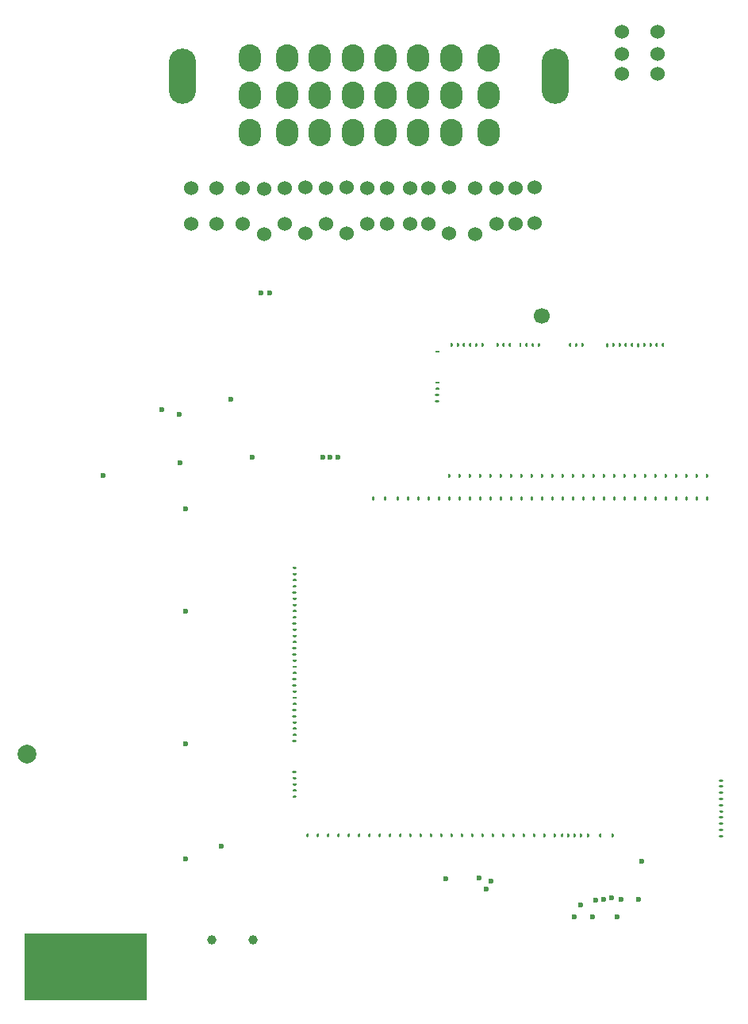
<source format=gbs>
G04 #@! TF.GenerationSoftware,KiCad,Pcbnew,(6.0.1)*
G04 #@! TF.CreationDate,2022-02-18T21:43:13+02:00*
G04 #@! TF.ProjectId,alphax_2ch,616c7068-6178-45f3-9263-682e6b696361,b*
G04 #@! TF.SameCoordinates,PX141f5e0PYa2cace0*
G04 #@! TF.FileFunction,Soldermask,Bot*
G04 #@! TF.FilePolarity,Negative*
%FSLAX46Y46*%
G04 Gerber Fmt 4.6, Leading zero omitted, Abs format (unit mm)*
G04 Created by KiCad (PCBNEW (6.0.1)) date 2022-02-18 21:43:13*
%MOMM*%
%LPD*%
G01*
G04 APERTURE LIST*
%ADD10C,0.120000*%
%ADD11C,0.599999*%
%ADD12C,1.524000*%
%ADD13C,1.700000*%
%ADD14C,1.000000*%
%ADD15O,2.900000X5.900000*%
%ADD16O,2.400000X2.900000*%
%ADD17C,2.000000*%
G04 APERTURE END LIST*
D10*
G04 #@! TO.C,U4*
X6700000Y200000D02*
X6700000Y7200000D01*
X6700000Y7200000D02*
X19700000Y7200000D01*
X19700000Y7200000D02*
X19700000Y200000D01*
X19700000Y200000D02*
X6700000Y200000D01*
G36*
X19700000Y200000D02*
G01*
X6700000Y200000D01*
X6700000Y7200000D01*
X19700000Y7200000D01*
X19700000Y200000D01*
G37*
X19700000Y200000D02*
X6700000Y200000D01*
X6700000Y7200000D01*
X19700000Y7200000D01*
X19700000Y200000D01*
G04 #@! TD*
D11*
G04 #@! TO.C,M4*
X70363132Y10805111D03*
X69938124Y8970101D03*
X69388127Y11020109D03*
X68513168Y10805114D03*
X67663145Y10730107D03*
X67338129Y8970101D03*
X66038162Y10280101D03*
X65388145Y8970101D03*
X72563148Y14895116D03*
X72263146Y10820110D03*
G04 #@! TD*
D12*
G04 #@! TO.C,R8*
X49836417Y82896579D03*
X49836417Y86706579D03*
G04 #@! TD*
G04 #@! TO.C,R9*
X47882571Y82918049D03*
X47882571Y86728049D03*
G04 #@! TD*
G04 #@! TO.C,F4*
X36700000Y86750000D03*
X36700000Y81850000D03*
G04 #@! TD*
G04 #@! TO.C,M5*
G36*
G01*
X50649998Y64096477D02*
X50899998Y64096477D01*
G75*
G02*
X51024998Y63971477I0J-125000D01*
G01*
X51024998Y63971477D01*
G75*
G02*
X50899998Y63846477I-125000J0D01*
G01*
X50649998Y63846477D01*
G75*
G02*
X50524998Y63971477I0J125000D01*
G01*
X50524998Y63971477D01*
G75*
G02*
X50649998Y64096477I125000J0D01*
G01*
G37*
G36*
G01*
X50649998Y64756478D02*
X50899998Y64756478D01*
G75*
G02*
X51024998Y64631478I0J-125000D01*
G01*
X51024998Y64631478D01*
G75*
G02*
X50899998Y64506478I-125000J0D01*
G01*
X50649998Y64506478D01*
G75*
G02*
X50524998Y64631478I0J125000D01*
G01*
X50524998Y64631478D01*
G75*
G02*
X50649998Y64756478I125000J0D01*
G01*
G37*
G36*
G01*
X50649998Y65416479D02*
X50899998Y65416479D01*
G75*
G02*
X51024998Y65291479I0J-125000D01*
G01*
X51024998Y65291479D01*
G75*
G02*
X50899998Y65166479I-125000J0D01*
G01*
X50649998Y65166479D01*
G75*
G02*
X50524998Y65291479I0J125000D01*
G01*
X50524998Y65291479D01*
G75*
G02*
X50649998Y65416479I125000J0D01*
G01*
G37*
G36*
G01*
X50649998Y66076480D02*
X50899998Y66076480D01*
G75*
G02*
X51024998Y65951480I0J-125000D01*
G01*
X51024998Y65951480D01*
G75*
G02*
X50899998Y65826480I-125000J0D01*
G01*
X50649998Y65826480D01*
G75*
G02*
X50524998Y65951480I0J125000D01*
G01*
X50524998Y65951480D01*
G75*
G02*
X50649998Y66076480I125000J0D01*
G01*
G37*
G36*
G01*
X50649998Y69376487D02*
X50899998Y69376487D01*
G75*
G02*
X51024998Y69251487I0J-125000D01*
G01*
X51024998Y69251487D01*
G75*
G02*
X50899998Y69126487I-125000J0D01*
G01*
X50649998Y69126487D01*
G75*
G02*
X50524998Y69251487I0J125000D01*
G01*
X50524998Y69251487D01*
G75*
G02*
X50649998Y69376487I125000J0D01*
G01*
G37*
G36*
G01*
X79420000Y55877684D02*
X79420000Y56127684D01*
G75*
G02*
X79545000Y56252684I125000J0D01*
G01*
X79545000Y56252684D01*
G75*
G02*
X79670000Y56127684I0J-125000D01*
G01*
X79670000Y55877684D01*
G75*
G02*
X79545000Y55752684I-125000J0D01*
G01*
X79545000Y55752684D01*
G75*
G02*
X79420000Y55877684I0J125000D01*
G01*
G37*
G36*
G01*
X78569996Y56127684D02*
X78569996Y55877684D01*
G75*
G02*
X78444996Y55752684I-125000J0D01*
G01*
X78444996Y55752684D01*
G75*
G02*
X78319996Y55877684I0J125000D01*
G01*
X78319996Y56127684D01*
G75*
G02*
X78444996Y56252684I125000J0D01*
G01*
X78444996Y56252684D01*
G75*
G02*
X78569996Y56127684I0J-125000D01*
G01*
G37*
G36*
G01*
X77469995Y56127684D02*
X77469995Y55877684D01*
G75*
G02*
X77344995Y55752684I-125000J0D01*
G01*
X77344995Y55752684D01*
G75*
G02*
X77219995Y55877684I0J125000D01*
G01*
X77219995Y56127684D01*
G75*
G02*
X77344995Y56252684I125000J0D01*
G01*
X77344995Y56252684D01*
G75*
G02*
X77469995Y56127684I0J-125000D01*
G01*
G37*
G36*
G01*
X76369998Y56127684D02*
X76369998Y55877684D01*
G75*
G02*
X76244998Y55752684I-125000J0D01*
G01*
X76244998Y55752684D01*
G75*
G02*
X76119998Y55877684I0J125000D01*
G01*
X76119998Y56127684D01*
G75*
G02*
X76244998Y56252684I125000J0D01*
G01*
X76244998Y56252684D01*
G75*
G02*
X76369998Y56127684I0J-125000D01*
G01*
G37*
G36*
G01*
X75270000Y56127684D02*
X75270000Y55877684D01*
G75*
G02*
X75145000Y55752684I-125000J0D01*
G01*
X75145000Y55752684D01*
G75*
G02*
X75020000Y55877684I0J125000D01*
G01*
X75020000Y56127684D01*
G75*
G02*
X75145000Y56252684I125000J0D01*
G01*
X75145000Y56252684D01*
G75*
G02*
X75270000Y56127684I0J-125000D01*
G01*
G37*
G36*
G01*
X74170002Y56127684D02*
X74170002Y55877684D01*
G75*
G02*
X74045002Y55752684I-125000J0D01*
G01*
X74045002Y55752684D01*
G75*
G02*
X73920002Y55877684I0J125000D01*
G01*
X73920002Y56127684D01*
G75*
G02*
X74045002Y56252684I125000J0D01*
G01*
X74045002Y56252684D01*
G75*
G02*
X74170002Y56127684I0J-125000D01*
G01*
G37*
G36*
G01*
X73070004Y56127684D02*
X73070004Y55877684D01*
G75*
G02*
X72945004Y55752684I-125000J0D01*
G01*
X72945004Y55752684D01*
G75*
G02*
X72820004Y55877684I0J125000D01*
G01*
X72820004Y56127684D01*
G75*
G02*
X72945004Y56252684I125000J0D01*
G01*
X72945004Y56252684D01*
G75*
G02*
X73070004Y56127684I0J-125000D01*
G01*
G37*
G36*
G01*
X71970006Y56127684D02*
X71970006Y55877684D01*
G75*
G02*
X71845006Y55752684I-125000J0D01*
G01*
X71845006Y55752684D01*
G75*
G02*
X71720006Y55877684I0J125000D01*
G01*
X71720006Y56127684D01*
G75*
G02*
X71845006Y56252684I125000J0D01*
G01*
X71845006Y56252684D01*
G75*
G02*
X71970006Y56127684I0J-125000D01*
G01*
G37*
G36*
G01*
X70870009Y56127684D02*
X70870009Y55877684D01*
G75*
G02*
X70745009Y55752684I-125000J0D01*
G01*
X70745009Y55752684D01*
G75*
G02*
X70620009Y55877684I0J125000D01*
G01*
X70620009Y56127684D01*
G75*
G02*
X70745009Y56252684I125000J0D01*
G01*
X70745009Y56252684D01*
G75*
G02*
X70870009Y56127684I0J-125000D01*
G01*
G37*
G36*
G01*
X69770011Y56127684D02*
X69770011Y55877684D01*
G75*
G02*
X69645011Y55752684I-125000J0D01*
G01*
X69645011Y55752684D01*
G75*
G02*
X69520011Y55877684I0J125000D01*
G01*
X69520011Y56127684D01*
G75*
G02*
X69645011Y56252684I125000J0D01*
G01*
X69645011Y56252684D01*
G75*
G02*
X69770011Y56127684I0J-125000D01*
G01*
G37*
G36*
G01*
X68670013Y56127684D02*
X68670013Y55877684D01*
G75*
G02*
X68545013Y55752684I-125000J0D01*
G01*
X68545013Y55752684D01*
G75*
G02*
X68420013Y55877684I0J125000D01*
G01*
X68420013Y56127684D01*
G75*
G02*
X68545013Y56252684I125000J0D01*
G01*
X68545013Y56252684D01*
G75*
G02*
X68670013Y56127684I0J-125000D01*
G01*
G37*
G36*
G01*
X67570015Y56127684D02*
X67570015Y55877684D01*
G75*
G02*
X67445015Y55752684I-125000J0D01*
G01*
X67445015Y55752684D01*
G75*
G02*
X67320015Y55877684I0J125000D01*
G01*
X67320015Y56127684D01*
G75*
G02*
X67445015Y56252684I125000J0D01*
G01*
X67445015Y56252684D01*
G75*
G02*
X67570015Y56127684I0J-125000D01*
G01*
G37*
G36*
G01*
X66470017Y56127684D02*
X66470017Y55877684D01*
G75*
G02*
X66345017Y55752684I-125000J0D01*
G01*
X66345017Y55752684D01*
G75*
G02*
X66220017Y55877684I0J125000D01*
G01*
X66220017Y56127684D01*
G75*
G02*
X66345017Y56252684I125000J0D01*
G01*
X66345017Y56252684D01*
G75*
G02*
X66470017Y56127684I0J-125000D01*
G01*
G37*
G36*
G01*
X65370020Y56127684D02*
X65370020Y55877684D01*
G75*
G02*
X65245020Y55752684I-125000J0D01*
G01*
X65245020Y55752684D01*
G75*
G02*
X65120020Y55877684I0J125000D01*
G01*
X65120020Y56127684D01*
G75*
G02*
X65245020Y56252684I125000J0D01*
G01*
X65245020Y56252684D01*
G75*
G02*
X65370020Y56127684I0J-125000D01*
G01*
G37*
G36*
G01*
X64270022Y56127684D02*
X64270022Y55877684D01*
G75*
G02*
X64145022Y55752684I-125000J0D01*
G01*
X64145022Y55752684D01*
G75*
G02*
X64020022Y55877684I0J125000D01*
G01*
X64020022Y56127684D01*
G75*
G02*
X64145022Y56252684I125000J0D01*
G01*
X64145022Y56252684D01*
G75*
G02*
X64270022Y56127684I0J-125000D01*
G01*
G37*
G36*
G01*
X63170024Y56127684D02*
X63170024Y55877684D01*
G75*
G02*
X63045024Y55752684I-125000J0D01*
G01*
X63045024Y55752684D01*
G75*
G02*
X62920024Y55877684I0J125000D01*
G01*
X62920024Y56127684D01*
G75*
G02*
X63045024Y56252684I125000J0D01*
G01*
X63045024Y56252684D01*
G75*
G02*
X63170024Y56127684I0J-125000D01*
G01*
G37*
G36*
G01*
X62070026Y56127684D02*
X62070026Y55877684D01*
G75*
G02*
X61945026Y55752684I-125000J0D01*
G01*
X61945026Y55752684D01*
G75*
G02*
X61820026Y55877684I0J125000D01*
G01*
X61820026Y56127684D01*
G75*
G02*
X61945026Y56252684I125000J0D01*
G01*
X61945026Y56252684D01*
G75*
G02*
X62070026Y56127684I0J-125000D01*
G01*
G37*
G36*
G01*
X60970028Y56127684D02*
X60970028Y55877684D01*
G75*
G02*
X60845028Y55752684I-125000J0D01*
G01*
X60845028Y55752684D01*
G75*
G02*
X60720028Y55877684I0J125000D01*
G01*
X60720028Y56127684D01*
G75*
G02*
X60845028Y56252684I125000J0D01*
G01*
X60845028Y56252684D01*
G75*
G02*
X60970028Y56127684I0J-125000D01*
G01*
G37*
G36*
G01*
X59870031Y56127684D02*
X59870031Y55877684D01*
G75*
G02*
X59745031Y55752684I-125000J0D01*
G01*
X59745031Y55752684D01*
G75*
G02*
X59620031Y55877684I0J125000D01*
G01*
X59620031Y56127684D01*
G75*
G02*
X59745031Y56252684I125000J0D01*
G01*
X59745031Y56252684D01*
G75*
G02*
X59870031Y56127684I0J-125000D01*
G01*
G37*
G36*
G01*
X58770033Y56127684D02*
X58770033Y55877684D01*
G75*
G02*
X58645033Y55752684I-125000J0D01*
G01*
X58645033Y55752684D01*
G75*
G02*
X58520033Y55877684I0J125000D01*
G01*
X58520033Y56127684D01*
G75*
G02*
X58645033Y56252684I125000J0D01*
G01*
X58645033Y56252684D01*
G75*
G02*
X58770033Y56127684I0J-125000D01*
G01*
G37*
G36*
G01*
X57670035Y56127684D02*
X57670035Y55877684D01*
G75*
G02*
X57545035Y55752684I-125000J0D01*
G01*
X57545035Y55752684D01*
G75*
G02*
X57420035Y55877684I0J125000D01*
G01*
X57420035Y56127684D01*
G75*
G02*
X57545035Y56252684I125000J0D01*
G01*
X57545035Y56252684D01*
G75*
G02*
X57670035Y56127684I0J-125000D01*
G01*
G37*
G36*
G01*
X56570037Y56127684D02*
X56570037Y55877684D01*
G75*
G02*
X56445037Y55752684I-125000J0D01*
G01*
X56445037Y55752684D01*
G75*
G02*
X56320037Y55877684I0J125000D01*
G01*
X56320037Y56127684D01*
G75*
G02*
X56445037Y56252684I125000J0D01*
G01*
X56445037Y56252684D01*
G75*
G02*
X56570037Y56127684I0J-125000D01*
G01*
G37*
G36*
G01*
X55470039Y56127684D02*
X55470039Y55877684D01*
G75*
G02*
X55345039Y55752684I-125000J0D01*
G01*
X55345039Y55752684D01*
G75*
G02*
X55220039Y55877684I0J125000D01*
G01*
X55220039Y56127684D01*
G75*
G02*
X55345039Y56252684I125000J0D01*
G01*
X55345039Y56252684D01*
G75*
G02*
X55470039Y56127684I0J-125000D01*
G01*
G37*
G36*
G01*
X54370042Y56127684D02*
X54370042Y55877684D01*
G75*
G02*
X54245042Y55752684I-125000J0D01*
G01*
X54245042Y55752684D01*
G75*
G02*
X54120042Y55877684I0J125000D01*
G01*
X54120042Y56127684D01*
G75*
G02*
X54245042Y56252684I125000J0D01*
G01*
X54245042Y56252684D01*
G75*
G02*
X54370042Y56127684I0J-125000D01*
G01*
G37*
G36*
G01*
X53270044Y56127684D02*
X53270044Y55877684D01*
G75*
G02*
X53145044Y55752684I-125000J0D01*
G01*
X53145044Y55752684D01*
G75*
G02*
X53020044Y55877684I0J125000D01*
G01*
X53020044Y56127684D01*
G75*
G02*
X53145044Y56252684I125000J0D01*
G01*
X53145044Y56252684D01*
G75*
G02*
X53270044Y56127684I0J-125000D01*
G01*
G37*
G36*
G01*
X52170046Y56127684D02*
X52170046Y55877684D01*
G75*
G02*
X52045046Y55752684I-125000J0D01*
G01*
X52045046Y55752684D01*
G75*
G02*
X51920046Y55877684I0J125000D01*
G01*
X51920046Y56127684D01*
G75*
G02*
X52045046Y56252684I125000J0D01*
G01*
X52045046Y56252684D01*
G75*
G02*
X52170046Y56127684I0J-125000D01*
G01*
G37*
G36*
G01*
X52420990Y70089683D02*
X52420990Y69839683D01*
G75*
G02*
X52295990Y69714683I-125000J0D01*
G01*
X52295990Y69714683D01*
G75*
G02*
X52170990Y69839683I0J125000D01*
G01*
X52170990Y70089683D01*
G75*
G02*
X52295990Y70214683I125000J0D01*
G01*
X52295990Y70214683D01*
G75*
G02*
X52420990Y70089683I0J-125000D01*
G01*
G37*
G36*
G01*
X53080992Y70089683D02*
X53080992Y69839683D01*
G75*
G02*
X52955992Y69714683I-125000J0D01*
G01*
X52955992Y69714683D01*
G75*
G02*
X52830992Y69839683I0J125000D01*
G01*
X52830992Y70089683D01*
G75*
G02*
X52955992Y70214683I125000J0D01*
G01*
X52955992Y70214683D01*
G75*
G02*
X53080992Y70089683I0J-125000D01*
G01*
G37*
G36*
G01*
X53740993Y70089683D02*
X53740993Y69839683D01*
G75*
G02*
X53615993Y69714683I-125000J0D01*
G01*
X53615993Y69714683D01*
G75*
G02*
X53490993Y69839683I0J125000D01*
G01*
X53490993Y70089683D01*
G75*
G02*
X53615993Y70214683I125000J0D01*
G01*
X53615993Y70214683D01*
G75*
G02*
X53740993Y70089683I0J-125000D01*
G01*
G37*
G36*
G01*
X54400994Y70089683D02*
X54400994Y69839683D01*
G75*
G02*
X54275994Y69714683I-125000J0D01*
G01*
X54275994Y69714683D01*
G75*
G02*
X54150994Y69839683I0J125000D01*
G01*
X54150994Y70089683D01*
G75*
G02*
X54275994Y70214683I125000J0D01*
G01*
X54275994Y70214683D01*
G75*
G02*
X54400994Y70089683I0J-125000D01*
G01*
G37*
G36*
G01*
X55060995Y70089683D02*
X55060995Y69839683D01*
G75*
G02*
X54935995Y69714683I-125000J0D01*
G01*
X54935995Y69714683D01*
G75*
G02*
X54810995Y69839683I0J125000D01*
G01*
X54810995Y70089683D01*
G75*
G02*
X54935995Y70214683I125000J0D01*
G01*
X54935995Y70214683D01*
G75*
G02*
X55060995Y70089683I0J-125000D01*
G01*
G37*
G36*
G01*
X55720997Y70089683D02*
X55720997Y69839683D01*
G75*
G02*
X55595997Y69714683I-125000J0D01*
G01*
X55595997Y69714683D01*
G75*
G02*
X55470997Y69839683I0J125000D01*
G01*
X55470997Y70089683D01*
G75*
G02*
X55595997Y70214683I125000J0D01*
G01*
X55595997Y70214683D01*
G75*
G02*
X55720997Y70089683I0J-125000D01*
G01*
G37*
G36*
G01*
X57321994Y70089683D02*
X57321994Y69839683D01*
G75*
G02*
X57196994Y69714683I-125000J0D01*
G01*
X57196994Y69714683D01*
G75*
G02*
X57071994Y69839683I0J125000D01*
G01*
X57071994Y70089683D01*
G75*
G02*
X57196994Y70214683I125000J0D01*
G01*
X57196994Y70214683D01*
G75*
G02*
X57321994Y70089683I0J-125000D01*
G01*
G37*
G36*
G01*
X57981995Y70089683D02*
X57981995Y69839683D01*
G75*
G02*
X57856995Y69714683I-125000J0D01*
G01*
X57856995Y69714683D01*
G75*
G02*
X57731995Y69839683I0J125000D01*
G01*
X57731995Y70089683D01*
G75*
G02*
X57856995Y70214683I125000J0D01*
G01*
X57856995Y70214683D01*
G75*
G02*
X57981995Y70089683I0J-125000D01*
G01*
G37*
G36*
G01*
X58641997Y70089683D02*
X58641997Y69839683D01*
G75*
G02*
X58516997Y69714683I-125000J0D01*
G01*
X58516997Y69714683D01*
G75*
G02*
X58391997Y69839683I0J125000D01*
G01*
X58391997Y70089683D01*
G75*
G02*
X58516997Y70214683I125000J0D01*
G01*
X58516997Y70214683D01*
G75*
G02*
X58641997Y70089683I0J-125000D01*
G01*
G37*
G36*
G01*
X59762896Y70089683D02*
X59762896Y69839683D01*
G75*
G02*
X59637896Y69714683I-125000J0D01*
G01*
X59637896Y69714683D01*
G75*
G02*
X59512896Y69839683I0J125000D01*
G01*
X59512896Y70089683D01*
G75*
G02*
X59637896Y70214683I125000J0D01*
G01*
X59637896Y70214683D01*
G75*
G02*
X59762896Y70089683I0J-125000D01*
G01*
G37*
G36*
G01*
X60422897Y70089683D02*
X60422897Y69839683D01*
G75*
G02*
X60297897Y69714683I-125000J0D01*
G01*
X60297897Y69714683D01*
G75*
G02*
X60172897Y69839683I0J125000D01*
G01*
X60172897Y70089683D01*
G75*
G02*
X60297897Y70214683I125000J0D01*
G01*
X60297897Y70214683D01*
G75*
G02*
X60422897Y70089683I0J-125000D01*
G01*
G37*
G36*
G01*
X61082898Y70089683D02*
X61082898Y69839683D01*
G75*
G02*
X60957898Y69714683I-125000J0D01*
G01*
X60957898Y69714683D01*
G75*
G02*
X60832898Y69839683I0J125000D01*
G01*
X60832898Y70089683D01*
G75*
G02*
X60957898Y70214683I125000J0D01*
G01*
X60957898Y70214683D01*
G75*
G02*
X61082898Y70089683I0J-125000D01*
G01*
G37*
G36*
G01*
X61742900Y70089683D02*
X61742900Y69839683D01*
G75*
G02*
X61617900Y69714683I-125000J0D01*
G01*
X61617900Y69714683D01*
G75*
G02*
X61492900Y69839683I0J125000D01*
G01*
X61492900Y70089683D01*
G75*
G02*
X61617900Y70214683I125000J0D01*
G01*
X61617900Y70214683D01*
G75*
G02*
X61742900Y70089683I0J-125000D01*
G01*
G37*
G36*
G01*
X65068994Y70089683D02*
X65068994Y69839683D01*
G75*
G02*
X64943994Y69714683I-125000J0D01*
G01*
X64943994Y69714683D01*
G75*
G02*
X64818994Y69839683I0J125000D01*
G01*
X64818994Y70089683D01*
G75*
G02*
X64943994Y70214683I125000J0D01*
G01*
X64943994Y70214683D01*
G75*
G02*
X65068994Y70089683I0J-125000D01*
G01*
G37*
G36*
G01*
X65728995Y70089683D02*
X65728995Y69839683D01*
G75*
G02*
X65603995Y69714683I-125000J0D01*
G01*
X65603995Y69714683D01*
G75*
G02*
X65478995Y69839683I0J125000D01*
G01*
X65478995Y70089683D01*
G75*
G02*
X65603995Y70214683I125000J0D01*
G01*
X65603995Y70214683D01*
G75*
G02*
X65728995Y70089683I0J-125000D01*
G01*
G37*
G36*
G01*
X66388997Y70089683D02*
X66388997Y69839683D01*
G75*
G02*
X66263997Y69714683I-125000J0D01*
G01*
X66263997Y69714683D01*
G75*
G02*
X66138997Y69839683I0J125000D01*
G01*
X66138997Y70089683D01*
G75*
G02*
X66263997Y70214683I125000J0D01*
G01*
X66263997Y70214683D01*
G75*
G02*
X66388997Y70089683I0J-125000D01*
G01*
G37*
G36*
G01*
X69034988Y70089683D02*
X69034988Y69839683D01*
G75*
G02*
X68909988Y69714683I-125000J0D01*
G01*
X68909988Y69714683D01*
G75*
G02*
X68784988Y69839683I0J125000D01*
G01*
X68784988Y70089683D01*
G75*
G02*
X68909988Y70214683I125000J0D01*
G01*
X68909988Y70214683D01*
G75*
G02*
X69034988Y70089683I0J-125000D01*
G01*
G37*
G36*
G01*
X69694989Y70089683D02*
X69694989Y69839683D01*
G75*
G02*
X69569989Y69714683I-125000J0D01*
G01*
X69569989Y69714683D01*
G75*
G02*
X69444989Y69839683I0J125000D01*
G01*
X69444989Y70089683D01*
G75*
G02*
X69569989Y70214683I125000J0D01*
G01*
X69569989Y70214683D01*
G75*
G02*
X69694989Y70089683I0J-125000D01*
G01*
G37*
G36*
G01*
X70354991Y70089683D02*
X70354991Y69839683D01*
G75*
G02*
X70229991Y69714683I-125000J0D01*
G01*
X70229991Y69714683D01*
G75*
G02*
X70104991Y69839683I0J125000D01*
G01*
X70104991Y70089683D01*
G75*
G02*
X70229991Y70214683I125000J0D01*
G01*
X70229991Y70214683D01*
G75*
G02*
X70354991Y70089683I0J-125000D01*
G01*
G37*
G36*
G01*
X71014992Y70089683D02*
X71014992Y69839683D01*
G75*
G02*
X70889992Y69714683I-125000J0D01*
G01*
X70889992Y69714683D01*
G75*
G02*
X70764992Y69839683I0J125000D01*
G01*
X70764992Y70089683D01*
G75*
G02*
X70889992Y70214683I125000J0D01*
G01*
X70889992Y70214683D01*
G75*
G02*
X71014992Y70089683I0J-125000D01*
G01*
G37*
G36*
G01*
X71674993Y70089683D02*
X71674993Y69839683D01*
G75*
G02*
X71549993Y69714683I-125000J0D01*
G01*
X71549993Y69714683D01*
G75*
G02*
X71424993Y69839683I0J125000D01*
G01*
X71424993Y70089683D01*
G75*
G02*
X71549993Y70214683I125000J0D01*
G01*
X71549993Y70214683D01*
G75*
G02*
X71674993Y70089683I0J-125000D01*
G01*
G37*
G36*
G01*
X72334994Y70089683D02*
X72334994Y69839683D01*
G75*
G02*
X72209994Y69714683I-125000J0D01*
G01*
X72209994Y69714683D01*
G75*
G02*
X72084994Y69839683I0J125000D01*
G01*
X72084994Y70089683D01*
G75*
G02*
X72209994Y70214683I125000J0D01*
G01*
X72209994Y70214683D01*
G75*
G02*
X72334994Y70089683I0J-125000D01*
G01*
G37*
G36*
G01*
X72994996Y70089683D02*
X72994996Y69839683D01*
G75*
G02*
X72869996Y69714683I-125000J0D01*
G01*
X72869996Y69714683D01*
G75*
G02*
X72744996Y69839683I0J125000D01*
G01*
X72744996Y70089683D01*
G75*
G02*
X72869996Y70214683I125000J0D01*
G01*
X72869996Y70214683D01*
G75*
G02*
X72994996Y70089683I0J-125000D01*
G01*
G37*
G36*
G01*
X73654997Y70089683D02*
X73654997Y69839683D01*
G75*
G02*
X73529997Y69714683I-125000J0D01*
G01*
X73529997Y69714683D01*
G75*
G02*
X73404997Y69839683I0J125000D01*
G01*
X73404997Y70089683D01*
G75*
G02*
X73529997Y70214683I125000J0D01*
G01*
X73529997Y70214683D01*
G75*
G02*
X73654997Y70089683I0J-125000D01*
G01*
G37*
G36*
G01*
X74314998Y70089683D02*
X74314998Y69839683D01*
G75*
G02*
X74189998Y69714683I-125000J0D01*
G01*
X74189998Y69714683D01*
G75*
G02*
X74064998Y69839683I0J125000D01*
G01*
X74064998Y70089683D01*
G75*
G02*
X74189998Y70214683I125000J0D01*
G01*
X74189998Y70214683D01*
G75*
G02*
X74314998Y70089683I0J-125000D01*
G01*
G37*
G36*
G01*
X74975000Y70089683D02*
X74975000Y69839683D01*
G75*
G02*
X74850000Y69714683I-125000J0D01*
G01*
X74850000Y69714683D01*
G75*
G02*
X74725000Y69839683I0J125000D01*
G01*
X74725000Y70089683D01*
G75*
G02*
X74850000Y70214683I125000J0D01*
G01*
X74850000Y70214683D01*
G75*
G02*
X74975000Y70089683I0J-125000D01*
G01*
G37*
G04 #@! TD*
D13*
G04 #@! TO.C,P2*
X61958000Y73100000D03*
G04 #@! TD*
D12*
G04 #@! TO.C,R11*
X24500000Y82895000D03*
X24500000Y86705000D03*
G04 #@! TD*
G04 #@! TO.C,R6*
X74305000Y103400000D03*
X70495000Y103400000D03*
G04 #@! TD*
D14*
G04 #@! TO.C,J1*
X31100000Y6475000D03*
X26700000Y6475000D03*
G04 #@! TD*
D12*
G04 #@! TO.C,R17*
X38900000Y82895000D03*
X38900000Y86705000D03*
G04 #@! TD*
G04 #@! TO.C,R16*
X45400000Y82895000D03*
X45400000Y86705000D03*
G04 #@! TD*
D11*
G04 #@! TO.C,M7*
X56543338Y12787498D03*
X56018338Y11912496D03*
X55268340Y13087500D03*
X51718339Y13012497D03*
G04 #@! TD*
G04 #@! TO.C,M1*
X15066016Y56037888D03*
X23291016Y57362892D03*
X23273511Y62595386D03*
X21391015Y63087892D03*
X28741008Y64212878D03*
G04 #@! TD*
G04 #@! TO.C,M3*
X31025000Y58000000D03*
X38525000Y58000000D03*
X39325000Y58000000D03*
X40125000Y58000000D03*
X32925000Y75525000D03*
X31925000Y75525000D03*
G04 #@! TD*
D12*
G04 #@! TO.C,R10*
X43300000Y82895000D03*
X43300000Y86705000D03*
G04 #@! TD*
G04 #@! TO.C,R19*
X30000000Y82895000D03*
X30000000Y86705000D03*
G04 #@! TD*
G04 #@! TO.C,F1*
X54846000Y86700000D03*
X54846000Y81800000D03*
G04 #@! TD*
G04 #@! TO.C,R14*
X70495000Y98900000D03*
X74305000Y98900000D03*
G04 #@! TD*
G04 #@! TO.C,F3*
X41100000Y86750000D03*
X41100000Y81850000D03*
G04 #@! TD*
G04 #@! TO.C,M6*
G36*
G01*
X35410503Y21903625D02*
X35660503Y21903625D01*
G75*
G02*
X35785503Y21778625I0J-125000D01*
G01*
X35785503Y21778625D01*
G75*
G02*
X35660503Y21653625I-125000J0D01*
G01*
X35410503Y21653625D01*
G75*
G02*
X35285503Y21778625I0J125000D01*
G01*
X35285503Y21778625D01*
G75*
G02*
X35410503Y21903625I125000J0D01*
G01*
G37*
G36*
G01*
X35660503Y22313623D02*
X35410503Y22313623D01*
G75*
G02*
X35285503Y22438623I0J125000D01*
G01*
X35285503Y22438623D01*
G75*
G02*
X35410503Y22563623I125000J0D01*
G01*
X35660503Y22563623D01*
G75*
G02*
X35785503Y22438623I0J-125000D01*
G01*
X35785503Y22438623D01*
G75*
G02*
X35660503Y22313623I-125000J0D01*
G01*
G37*
G36*
G01*
X35660503Y22973628D02*
X35410503Y22973628D01*
G75*
G02*
X35285503Y23098628I0J125000D01*
G01*
X35285503Y23098628D01*
G75*
G02*
X35410503Y23223628I125000J0D01*
G01*
X35660503Y23223628D01*
G75*
G02*
X35785503Y23098628I0J-125000D01*
G01*
X35785503Y23098628D01*
G75*
G02*
X35660503Y22973628I-125000J0D01*
G01*
G37*
G36*
G01*
X35660503Y23633623D02*
X35410503Y23633623D01*
G75*
G02*
X35285503Y23758623I0J125000D01*
G01*
X35285503Y23758623D01*
G75*
G02*
X35410503Y23883623I125000J0D01*
G01*
X35660503Y23883623D01*
G75*
G02*
X35785503Y23758623I0J-125000D01*
G01*
X35785503Y23758623D01*
G75*
G02*
X35660503Y23633623I-125000J0D01*
G01*
G37*
G36*
G01*
X35660503Y24293625D02*
X35410503Y24293625D01*
G75*
G02*
X35285503Y24418625I0J125000D01*
G01*
X35285503Y24418625D01*
G75*
G02*
X35410503Y24543625I125000J0D01*
G01*
X35660503Y24543625D01*
G75*
G02*
X35785503Y24418625I0J-125000D01*
G01*
X35785503Y24418625D01*
G75*
G02*
X35660503Y24293625I-125000J0D01*
G01*
G37*
G36*
G01*
X35660503Y27593626D02*
X35410503Y27593626D01*
G75*
G02*
X35285503Y27718626I0J125000D01*
G01*
X35285503Y27718626D01*
G75*
G02*
X35410503Y27843626I125000J0D01*
G01*
X35660503Y27843626D01*
G75*
G02*
X35785503Y27718626I0J-125000D01*
G01*
X35785503Y27718626D01*
G75*
G02*
X35660503Y27593626I-125000J0D01*
G01*
G37*
G36*
G01*
X35660503Y28253627D02*
X35410503Y28253627D01*
G75*
G02*
X35285503Y28378627I0J125000D01*
G01*
X35285503Y28378627D01*
G75*
G02*
X35410503Y28503627I125000J0D01*
G01*
X35660503Y28503627D01*
G75*
G02*
X35785503Y28378627I0J-125000D01*
G01*
X35785503Y28378627D01*
G75*
G02*
X35660503Y28253627I-125000J0D01*
G01*
G37*
G36*
G01*
X35660503Y28913629D02*
X35410503Y28913629D01*
G75*
G02*
X35285503Y29038629I0J125000D01*
G01*
X35285503Y29038629D01*
G75*
G02*
X35410503Y29163629I125000J0D01*
G01*
X35660503Y29163629D01*
G75*
G02*
X35785503Y29038629I0J-125000D01*
G01*
X35785503Y29038629D01*
G75*
G02*
X35660503Y28913629I-125000J0D01*
G01*
G37*
G36*
G01*
X35660503Y29573627D02*
X35410503Y29573627D01*
G75*
G02*
X35285503Y29698627I0J125000D01*
G01*
X35285503Y29698627D01*
G75*
G02*
X35410503Y29823627I125000J0D01*
G01*
X35660503Y29823627D01*
G75*
G02*
X35785503Y29698627I0J-125000D01*
G01*
X35785503Y29698627D01*
G75*
G02*
X35660503Y29573627I-125000J0D01*
G01*
G37*
G36*
G01*
X35660503Y30233629D02*
X35410503Y30233629D01*
G75*
G02*
X35285503Y30358629I0J125000D01*
G01*
X35285503Y30358629D01*
G75*
G02*
X35410503Y30483629I125000J0D01*
G01*
X35660503Y30483629D01*
G75*
G02*
X35785503Y30358629I0J-125000D01*
G01*
X35785503Y30358629D01*
G75*
G02*
X35660503Y30233629I-125000J0D01*
G01*
G37*
G36*
G01*
X35660503Y30893627D02*
X35410503Y30893627D01*
G75*
G02*
X35285503Y31018627I0J125000D01*
G01*
X35285503Y31018627D01*
G75*
G02*
X35410503Y31143627I125000J0D01*
G01*
X35660503Y31143627D01*
G75*
G02*
X35785503Y31018627I0J-125000D01*
G01*
X35785503Y31018627D01*
G75*
G02*
X35660503Y30893627I-125000J0D01*
G01*
G37*
G36*
G01*
X35660503Y31553628D02*
X35410503Y31553628D01*
G75*
G02*
X35285503Y31678628I0J125000D01*
G01*
X35285503Y31678628D01*
G75*
G02*
X35410503Y31803628I125000J0D01*
G01*
X35660503Y31803628D01*
G75*
G02*
X35785503Y31678628I0J-125000D01*
G01*
X35785503Y31678628D01*
G75*
G02*
X35660503Y31553628I-125000J0D01*
G01*
G37*
G36*
G01*
X35660503Y32213627D02*
X35410503Y32213627D01*
G75*
G02*
X35285503Y32338627I0J125000D01*
G01*
X35285503Y32338627D01*
G75*
G02*
X35410503Y32463627I125000J0D01*
G01*
X35660503Y32463627D01*
G75*
G02*
X35785503Y32338627I0J-125000D01*
G01*
X35785503Y32338627D01*
G75*
G02*
X35660503Y32213627I-125000J0D01*
G01*
G37*
G36*
G01*
X35660503Y32873628D02*
X35410503Y32873628D01*
G75*
G02*
X35285503Y32998628I0J125000D01*
G01*
X35285503Y32998628D01*
G75*
G02*
X35410503Y33123628I125000J0D01*
G01*
X35660503Y33123628D01*
G75*
G02*
X35785503Y32998628I0J-125000D01*
G01*
X35785503Y32998628D01*
G75*
G02*
X35660503Y32873628I-125000J0D01*
G01*
G37*
G36*
G01*
X35660503Y33533627D02*
X35410503Y33533627D01*
G75*
G02*
X35285503Y33658627I0J125000D01*
G01*
X35285503Y33658627D01*
G75*
G02*
X35410503Y33783627I125000J0D01*
G01*
X35660503Y33783627D01*
G75*
G02*
X35785503Y33658627I0J-125000D01*
G01*
X35785503Y33658627D01*
G75*
G02*
X35660503Y33533627I-125000J0D01*
G01*
G37*
G36*
G01*
X35660503Y34193628D02*
X35410503Y34193628D01*
G75*
G02*
X35285503Y34318628I0J125000D01*
G01*
X35285503Y34318628D01*
G75*
G02*
X35410503Y34443628I125000J0D01*
G01*
X35660503Y34443628D01*
G75*
G02*
X35785503Y34318628I0J-125000D01*
G01*
X35785503Y34318628D01*
G75*
G02*
X35660503Y34193628I-125000J0D01*
G01*
G37*
G36*
G01*
X35660503Y34853627D02*
X35410503Y34853627D01*
G75*
G02*
X35285503Y34978627I0J125000D01*
G01*
X35285503Y34978627D01*
G75*
G02*
X35410503Y35103627I125000J0D01*
G01*
X35660503Y35103627D01*
G75*
G02*
X35785503Y34978627I0J-125000D01*
G01*
X35785503Y34978627D01*
G75*
G02*
X35660503Y34853627I-125000J0D01*
G01*
G37*
G36*
G01*
X35660503Y35513628D02*
X35410503Y35513628D01*
G75*
G02*
X35285503Y35638628I0J125000D01*
G01*
X35285503Y35638628D01*
G75*
G02*
X35410503Y35763628I125000J0D01*
G01*
X35660503Y35763628D01*
G75*
G02*
X35785503Y35638628I0J-125000D01*
G01*
X35785503Y35638628D01*
G75*
G02*
X35660503Y35513628I-125000J0D01*
G01*
G37*
G36*
G01*
X35660503Y36173627D02*
X35410503Y36173627D01*
G75*
G02*
X35285503Y36298627I0J125000D01*
G01*
X35285503Y36298627D01*
G75*
G02*
X35410503Y36423627I125000J0D01*
G01*
X35660503Y36423627D01*
G75*
G02*
X35785503Y36298627I0J-125000D01*
G01*
X35785503Y36298627D01*
G75*
G02*
X35660503Y36173627I-125000J0D01*
G01*
G37*
G36*
G01*
X35660503Y36833628D02*
X35410503Y36833628D01*
G75*
G02*
X35285503Y36958628I0J125000D01*
G01*
X35285503Y36958628D01*
G75*
G02*
X35410503Y37083628I125000J0D01*
G01*
X35660503Y37083628D01*
G75*
G02*
X35785503Y36958628I0J-125000D01*
G01*
X35785503Y36958628D01*
G75*
G02*
X35660503Y36833628I-125000J0D01*
G01*
G37*
G36*
G01*
X35660503Y37493627D02*
X35410503Y37493627D01*
G75*
G02*
X35285503Y37618627I0J125000D01*
G01*
X35285503Y37618627D01*
G75*
G02*
X35410503Y37743627I125000J0D01*
G01*
X35660503Y37743627D01*
G75*
G02*
X35785503Y37618627I0J-125000D01*
G01*
X35785503Y37618627D01*
G75*
G02*
X35660503Y37493627I-125000J0D01*
G01*
G37*
G36*
G01*
X35660503Y38153628D02*
X35410503Y38153628D01*
G75*
G02*
X35285503Y38278628I0J125000D01*
G01*
X35285503Y38278628D01*
G75*
G02*
X35410503Y38403628I125000J0D01*
G01*
X35660503Y38403628D01*
G75*
G02*
X35785503Y38278628I0J-125000D01*
G01*
X35785503Y38278628D01*
G75*
G02*
X35660503Y38153628I-125000J0D01*
G01*
G37*
G36*
G01*
X35660503Y38813627D02*
X35410503Y38813627D01*
G75*
G02*
X35285503Y38938627I0J125000D01*
G01*
X35285503Y38938627D01*
G75*
G02*
X35410503Y39063627I125000J0D01*
G01*
X35660503Y39063627D01*
G75*
G02*
X35785503Y38938627I0J-125000D01*
G01*
X35785503Y38938627D01*
G75*
G02*
X35660503Y38813627I-125000J0D01*
G01*
G37*
G36*
G01*
X35660503Y39473628D02*
X35410503Y39473628D01*
G75*
G02*
X35285503Y39598628I0J125000D01*
G01*
X35285503Y39598628D01*
G75*
G02*
X35410503Y39723628I125000J0D01*
G01*
X35660503Y39723628D01*
G75*
G02*
X35785503Y39598628I0J-125000D01*
G01*
X35785503Y39598628D01*
G75*
G02*
X35660503Y39473628I-125000J0D01*
G01*
G37*
G36*
G01*
X35660503Y40133627D02*
X35410503Y40133627D01*
G75*
G02*
X35285503Y40258627I0J125000D01*
G01*
X35285503Y40258627D01*
G75*
G02*
X35410503Y40383627I125000J0D01*
G01*
X35660503Y40383627D01*
G75*
G02*
X35785503Y40258627I0J-125000D01*
G01*
X35785503Y40258627D01*
G75*
G02*
X35660503Y40133627I-125000J0D01*
G01*
G37*
G36*
G01*
X35660503Y40793628D02*
X35410503Y40793628D01*
G75*
G02*
X35285503Y40918628I0J125000D01*
G01*
X35285503Y40918628D01*
G75*
G02*
X35410503Y41043628I125000J0D01*
G01*
X35660503Y41043628D01*
G75*
G02*
X35785503Y40918628I0J-125000D01*
G01*
X35785503Y40918628D01*
G75*
G02*
X35660503Y40793628I-125000J0D01*
G01*
G37*
G36*
G01*
X35660503Y41453626D02*
X35410503Y41453626D01*
G75*
G02*
X35285503Y41578626I0J125000D01*
G01*
X35285503Y41578626D01*
G75*
G02*
X35410503Y41703626I125000J0D01*
G01*
X35660503Y41703626D01*
G75*
G02*
X35785503Y41578626I0J-125000D01*
G01*
X35785503Y41578626D01*
G75*
G02*
X35660503Y41453626I-125000J0D01*
G01*
G37*
G36*
G01*
X35660503Y42113628D02*
X35410503Y42113628D01*
G75*
G02*
X35285503Y42238628I0J125000D01*
G01*
X35285503Y42238628D01*
G75*
G02*
X35410503Y42363628I125000J0D01*
G01*
X35660503Y42363628D01*
G75*
G02*
X35785503Y42238628I0J-125000D01*
G01*
X35785503Y42238628D01*
G75*
G02*
X35660503Y42113628I-125000J0D01*
G01*
G37*
G36*
G01*
X35660503Y42773626D02*
X35410503Y42773626D01*
G75*
G02*
X35285503Y42898626I0J125000D01*
G01*
X35285503Y42898626D01*
G75*
G02*
X35410503Y43023626I125000J0D01*
G01*
X35660503Y43023626D01*
G75*
G02*
X35785503Y42898626I0J-125000D01*
G01*
X35785503Y42898626D01*
G75*
G02*
X35660503Y42773626I-125000J0D01*
G01*
G37*
G36*
G01*
X35660503Y43433628D02*
X35410503Y43433628D01*
G75*
G02*
X35285503Y43558628I0J125000D01*
G01*
X35285503Y43558628D01*
G75*
G02*
X35410503Y43683628I125000J0D01*
G01*
X35660503Y43683628D01*
G75*
G02*
X35785503Y43558628I0J-125000D01*
G01*
X35785503Y43558628D01*
G75*
G02*
X35660503Y43433628I-125000J0D01*
G01*
G37*
G36*
G01*
X35660503Y44093626D02*
X35410503Y44093626D01*
G75*
G02*
X35285503Y44218626I0J125000D01*
G01*
X35285503Y44218626D01*
G75*
G02*
X35410503Y44343626I125000J0D01*
G01*
X35660503Y44343626D01*
G75*
G02*
X35785503Y44218626I0J-125000D01*
G01*
X35785503Y44218626D01*
G75*
G02*
X35660503Y44093626I-125000J0D01*
G01*
G37*
G36*
G01*
X35660503Y44753627D02*
X35410503Y44753627D01*
G75*
G02*
X35285503Y44878627I0J125000D01*
G01*
X35285503Y44878627D01*
G75*
G02*
X35410503Y45003627I125000J0D01*
G01*
X35660503Y45003627D01*
G75*
G02*
X35785503Y44878627I0J-125000D01*
G01*
X35785503Y44878627D01*
G75*
G02*
X35660503Y44753627I-125000J0D01*
G01*
G37*
G36*
G01*
X35660503Y45413626D02*
X35410503Y45413626D01*
G75*
G02*
X35285503Y45538626I0J125000D01*
G01*
X35285503Y45538626D01*
G75*
G02*
X35410503Y45663626I125000J0D01*
G01*
X35660503Y45663626D01*
G75*
G02*
X35785503Y45538626I0J-125000D01*
G01*
X35785503Y45538626D01*
G75*
G02*
X35660503Y45413626I-125000J0D01*
G01*
G37*
G36*
G01*
X35660503Y46073627D02*
X35410503Y46073627D01*
G75*
G02*
X35285503Y46198627I0J125000D01*
G01*
X35285503Y46198627D01*
G75*
G02*
X35410503Y46323627I125000J0D01*
G01*
X35660503Y46323627D01*
G75*
G02*
X35785503Y46198627I0J-125000D01*
G01*
X35785503Y46198627D01*
G75*
G02*
X35660503Y46073627I-125000J0D01*
G01*
G37*
G36*
G01*
X69357501Y17526623D02*
X69357501Y17776623D01*
G75*
G02*
X69482501Y17901623I125000J0D01*
G01*
X69482501Y17901623D01*
G75*
G02*
X69607501Y17776623I0J-125000D01*
G01*
X69607501Y17526623D01*
G75*
G02*
X69482501Y17401623I-125000J0D01*
G01*
X69482501Y17401623D01*
G75*
G02*
X69357501Y17526623I0J125000D01*
G01*
G37*
G36*
G01*
X68287499Y17776623D02*
X68287499Y17526623D01*
G75*
G02*
X68162499Y17401623I-125000J0D01*
G01*
X68162499Y17401623D01*
G75*
G02*
X68037499Y17526623I0J125000D01*
G01*
X68037499Y17776623D01*
G75*
G02*
X68162499Y17901623I125000J0D01*
G01*
X68162499Y17901623D01*
G75*
G02*
X68287499Y17776623I0J-125000D01*
G01*
G37*
G36*
G01*
X66967496Y17776623D02*
X66967496Y17526623D01*
G75*
G02*
X66842496Y17401623I-125000J0D01*
G01*
X66842496Y17401623D01*
G75*
G02*
X66717496Y17526623I0J125000D01*
G01*
X66717496Y17776623D01*
G75*
G02*
X66842496Y17901623I125000J0D01*
G01*
X66842496Y17901623D01*
G75*
G02*
X66967496Y17776623I0J-125000D01*
G01*
G37*
G36*
G01*
X66207498Y17776623D02*
X66207498Y17526623D01*
G75*
G02*
X66082498Y17401623I-125000J0D01*
G01*
X66082498Y17401623D01*
G75*
G02*
X65957498Y17526623I0J125000D01*
G01*
X65957498Y17776623D01*
G75*
G02*
X66082498Y17901623I125000J0D01*
G01*
X66082498Y17901623D01*
G75*
G02*
X66207498Y17776623I0J-125000D01*
G01*
G37*
G36*
G01*
X65542495Y17776623D02*
X65542495Y17526623D01*
G75*
G02*
X65417495Y17401623I-125000J0D01*
G01*
X65417495Y17401623D01*
G75*
G02*
X65292495Y17526623I0J125000D01*
G01*
X65292495Y17776623D01*
G75*
G02*
X65417495Y17901623I125000J0D01*
G01*
X65417495Y17901623D01*
G75*
G02*
X65542495Y17776623I0J-125000D01*
G01*
G37*
G36*
G01*
X64877493Y17776623D02*
X64877493Y17526623D01*
G75*
G02*
X64752493Y17401623I-125000J0D01*
G01*
X64752493Y17401623D01*
G75*
G02*
X64627493Y17526623I0J125000D01*
G01*
X64627493Y17776623D01*
G75*
G02*
X64752493Y17901623I125000J0D01*
G01*
X64752493Y17901623D01*
G75*
G02*
X64877493Y17776623I0J-125000D01*
G01*
G37*
G36*
G01*
X64212503Y17776623D02*
X64212503Y17526623D01*
G75*
G02*
X64087503Y17401623I-125000J0D01*
G01*
X64087503Y17401623D01*
G75*
G02*
X63962503Y17526623I0J125000D01*
G01*
X63962503Y17776623D01*
G75*
G02*
X64087503Y17901623I125000J0D01*
G01*
X64087503Y17901623D01*
G75*
G02*
X64212503Y17776623I0J-125000D01*
G01*
G37*
G36*
G01*
X63437503Y17776623D02*
X63437503Y17526623D01*
G75*
G02*
X63312503Y17401623I-125000J0D01*
G01*
X63312503Y17401623D01*
G75*
G02*
X63187503Y17526623I0J125000D01*
G01*
X63187503Y17776623D01*
G75*
G02*
X63312503Y17901623I125000J0D01*
G01*
X63312503Y17901623D01*
G75*
G02*
X63437503Y17776623I0J-125000D01*
G01*
G37*
G36*
G01*
X62337505Y17776623D02*
X62337505Y17526623D01*
G75*
G02*
X62212505Y17401623I-125000J0D01*
G01*
X62212505Y17401623D01*
G75*
G02*
X62087505Y17526623I0J125000D01*
G01*
X62087505Y17776623D01*
G75*
G02*
X62212505Y17901623I125000J0D01*
G01*
X62212505Y17901623D01*
G75*
G02*
X62337505Y17776623I0J-125000D01*
G01*
G37*
G36*
G01*
X61237508Y17776623D02*
X61237508Y17526623D01*
G75*
G02*
X61112508Y17401623I-125000J0D01*
G01*
X61112508Y17401623D01*
G75*
G02*
X60987508Y17526623I0J125000D01*
G01*
X60987508Y17776623D01*
G75*
G02*
X61112508Y17901623I125000J0D01*
G01*
X61112508Y17901623D01*
G75*
G02*
X61237508Y17776623I0J-125000D01*
G01*
G37*
G36*
G01*
X60137510Y17776623D02*
X60137510Y17526623D01*
G75*
G02*
X60012510Y17401623I-125000J0D01*
G01*
X60012510Y17401623D01*
G75*
G02*
X59887510Y17526623I0J125000D01*
G01*
X59887510Y17776623D01*
G75*
G02*
X60012510Y17901623I125000J0D01*
G01*
X60012510Y17901623D01*
G75*
G02*
X60137510Y17776623I0J-125000D01*
G01*
G37*
G36*
G01*
X59037512Y17776623D02*
X59037512Y17526623D01*
G75*
G02*
X58912512Y17401623I-125000J0D01*
G01*
X58912512Y17401623D01*
G75*
G02*
X58787512Y17526623I0J125000D01*
G01*
X58787512Y17776623D01*
G75*
G02*
X58912512Y17901623I125000J0D01*
G01*
X58912512Y17901623D01*
G75*
G02*
X59037512Y17776623I0J-125000D01*
G01*
G37*
G36*
G01*
X57937514Y17776623D02*
X57937514Y17526623D01*
G75*
G02*
X57812514Y17401623I-125000J0D01*
G01*
X57812514Y17401623D01*
G75*
G02*
X57687514Y17526623I0J125000D01*
G01*
X57687514Y17776623D01*
G75*
G02*
X57812514Y17901623I125000J0D01*
G01*
X57812514Y17901623D01*
G75*
G02*
X57937514Y17776623I0J-125000D01*
G01*
G37*
G36*
G01*
X56837516Y17776623D02*
X56837516Y17526623D01*
G75*
G02*
X56712516Y17401623I-125000J0D01*
G01*
X56712516Y17401623D01*
G75*
G02*
X56587516Y17526623I0J125000D01*
G01*
X56587516Y17776623D01*
G75*
G02*
X56712516Y17901623I125000J0D01*
G01*
X56712516Y17901623D01*
G75*
G02*
X56837516Y17776623I0J-125000D01*
G01*
G37*
G36*
G01*
X55737519Y17776623D02*
X55737519Y17526623D01*
G75*
G02*
X55612519Y17401623I-125000J0D01*
G01*
X55612519Y17401623D01*
G75*
G02*
X55487519Y17526623I0J125000D01*
G01*
X55487519Y17776623D01*
G75*
G02*
X55612519Y17901623I125000J0D01*
G01*
X55612519Y17901623D01*
G75*
G02*
X55737519Y17776623I0J-125000D01*
G01*
G37*
G36*
G01*
X54637521Y17776623D02*
X54637521Y17526623D01*
G75*
G02*
X54512521Y17401623I-125000J0D01*
G01*
X54512521Y17401623D01*
G75*
G02*
X54387521Y17526623I0J125000D01*
G01*
X54387521Y17776623D01*
G75*
G02*
X54512521Y17901623I125000J0D01*
G01*
X54512521Y17901623D01*
G75*
G02*
X54637521Y17776623I0J-125000D01*
G01*
G37*
G36*
G01*
X53537523Y17776623D02*
X53537523Y17526623D01*
G75*
G02*
X53412523Y17401623I-125000J0D01*
G01*
X53412523Y17401623D01*
G75*
G02*
X53287523Y17526623I0J125000D01*
G01*
X53287523Y17776623D01*
G75*
G02*
X53412523Y17901623I125000J0D01*
G01*
X53412523Y17901623D01*
G75*
G02*
X53537523Y17776623I0J-125000D01*
G01*
G37*
G36*
G01*
X52437525Y17776623D02*
X52437525Y17526623D01*
G75*
G02*
X52312525Y17401623I-125000J0D01*
G01*
X52312525Y17401623D01*
G75*
G02*
X52187525Y17526623I0J125000D01*
G01*
X52187525Y17776623D01*
G75*
G02*
X52312525Y17901623I125000J0D01*
G01*
X52312525Y17901623D01*
G75*
G02*
X52437525Y17776623I0J-125000D01*
G01*
G37*
G36*
G01*
X51337527Y17776623D02*
X51337527Y17526623D01*
G75*
G02*
X51212527Y17401623I-125000J0D01*
G01*
X51212527Y17401623D01*
G75*
G02*
X51087527Y17526623I0J125000D01*
G01*
X51087527Y17776623D01*
G75*
G02*
X51212527Y17901623I125000J0D01*
G01*
X51212527Y17901623D01*
G75*
G02*
X51337527Y17776623I0J-125000D01*
G01*
G37*
G36*
G01*
X50237530Y17776623D02*
X50237530Y17526623D01*
G75*
G02*
X50112530Y17401623I-125000J0D01*
G01*
X50112530Y17401623D01*
G75*
G02*
X49987530Y17526623I0J125000D01*
G01*
X49987530Y17776623D01*
G75*
G02*
X50112530Y17901623I125000J0D01*
G01*
X50112530Y17901623D01*
G75*
G02*
X50237530Y17776623I0J-125000D01*
G01*
G37*
G36*
G01*
X49137532Y17776623D02*
X49137532Y17526623D01*
G75*
G02*
X49012532Y17401623I-125000J0D01*
G01*
X49012532Y17401623D01*
G75*
G02*
X48887532Y17526623I0J125000D01*
G01*
X48887532Y17776623D01*
G75*
G02*
X49012532Y17901623I125000J0D01*
G01*
X49012532Y17901623D01*
G75*
G02*
X49137532Y17776623I0J-125000D01*
G01*
G37*
G36*
G01*
X48037534Y17776623D02*
X48037534Y17526623D01*
G75*
G02*
X47912534Y17401623I-125000J0D01*
G01*
X47912534Y17401623D01*
G75*
G02*
X47787534Y17526623I0J125000D01*
G01*
X47787534Y17776623D01*
G75*
G02*
X47912534Y17901623I125000J0D01*
G01*
X47912534Y17901623D01*
G75*
G02*
X48037534Y17776623I0J-125000D01*
G01*
G37*
G36*
G01*
X46937536Y17776623D02*
X46937536Y17526623D01*
G75*
G02*
X46812536Y17401623I-125000J0D01*
G01*
X46812536Y17401623D01*
G75*
G02*
X46687536Y17526623I0J125000D01*
G01*
X46687536Y17776623D01*
G75*
G02*
X46812536Y17901623I125000J0D01*
G01*
X46812536Y17901623D01*
G75*
G02*
X46937536Y17776623I0J-125000D01*
G01*
G37*
G36*
G01*
X45837538Y17776623D02*
X45837538Y17526623D01*
G75*
G02*
X45712538Y17401623I-125000J0D01*
G01*
X45712538Y17401623D01*
G75*
G02*
X45587538Y17526623I0J125000D01*
G01*
X45587538Y17776623D01*
G75*
G02*
X45712538Y17901623I125000J0D01*
G01*
X45712538Y17901623D01*
G75*
G02*
X45837538Y17776623I0J-125000D01*
G01*
G37*
G36*
G01*
X44737541Y17776623D02*
X44737541Y17526623D01*
G75*
G02*
X44612541Y17401623I-125000J0D01*
G01*
X44612541Y17401623D01*
G75*
G02*
X44487541Y17526623I0J125000D01*
G01*
X44487541Y17776623D01*
G75*
G02*
X44612541Y17901623I125000J0D01*
G01*
X44612541Y17901623D01*
G75*
G02*
X44737541Y17776623I0J-125000D01*
G01*
G37*
G36*
G01*
X43637543Y17776623D02*
X43637543Y17526623D01*
G75*
G02*
X43512543Y17401623I-125000J0D01*
G01*
X43512543Y17401623D01*
G75*
G02*
X43387543Y17526623I0J125000D01*
G01*
X43387543Y17776623D01*
G75*
G02*
X43512543Y17901623I125000J0D01*
G01*
X43512543Y17901623D01*
G75*
G02*
X43637543Y17776623I0J-125000D01*
G01*
G37*
G36*
G01*
X42537545Y17776623D02*
X42537545Y17526623D01*
G75*
G02*
X42412545Y17401623I-125000J0D01*
G01*
X42412545Y17401623D01*
G75*
G02*
X42287545Y17526623I0J125000D01*
G01*
X42287545Y17776623D01*
G75*
G02*
X42412545Y17901623I125000J0D01*
G01*
X42412545Y17901623D01*
G75*
G02*
X42537545Y17776623I0J-125000D01*
G01*
G37*
G36*
G01*
X41437547Y17776623D02*
X41437547Y17526623D01*
G75*
G02*
X41312547Y17401623I-125000J0D01*
G01*
X41312547Y17401623D01*
G75*
G02*
X41187547Y17526623I0J125000D01*
G01*
X41187547Y17776623D01*
G75*
G02*
X41312547Y17901623I125000J0D01*
G01*
X41312547Y17901623D01*
G75*
G02*
X41437547Y17776623I0J-125000D01*
G01*
G37*
G36*
G01*
X40337549Y17776623D02*
X40337549Y17526623D01*
G75*
G02*
X40212549Y17401623I-125000J0D01*
G01*
X40212549Y17401623D01*
G75*
G02*
X40087549Y17526623I0J125000D01*
G01*
X40087549Y17776623D01*
G75*
G02*
X40212549Y17901623I125000J0D01*
G01*
X40212549Y17901623D01*
G75*
G02*
X40337549Y17776623I0J-125000D01*
G01*
G37*
G36*
G01*
X39237552Y17776623D02*
X39237552Y17526623D01*
G75*
G02*
X39112552Y17401623I-125000J0D01*
G01*
X39112552Y17401623D01*
G75*
G02*
X38987552Y17526623I0J125000D01*
G01*
X38987552Y17776623D01*
G75*
G02*
X39112552Y17901623I125000J0D01*
G01*
X39112552Y17901623D01*
G75*
G02*
X39237552Y17776623I0J-125000D01*
G01*
G37*
G36*
G01*
X38137554Y17776623D02*
X38137554Y17526623D01*
G75*
G02*
X38012554Y17401623I-125000J0D01*
G01*
X38012554Y17401623D01*
G75*
G02*
X37887554Y17526623I0J125000D01*
G01*
X37887554Y17776623D01*
G75*
G02*
X38012554Y17901623I125000J0D01*
G01*
X38012554Y17901623D01*
G75*
G02*
X38137554Y17776623I0J-125000D01*
G01*
G37*
G36*
G01*
X37037556Y17776623D02*
X37037556Y17526623D01*
G75*
G02*
X36912556Y17401623I-125000J0D01*
G01*
X36912556Y17401623D01*
G75*
G02*
X36787556Y17526623I0J125000D01*
G01*
X36787556Y17776623D01*
G75*
G02*
X36912556Y17901623I125000J0D01*
G01*
X36912556Y17901623D01*
G75*
G02*
X37037556Y17776623I0J-125000D01*
G01*
G37*
G36*
G01*
X44037499Y53705623D02*
X44037499Y53455623D01*
G75*
G02*
X43912499Y53330623I-125000J0D01*
G01*
X43912499Y53330623D01*
G75*
G02*
X43787499Y53455623I0J125000D01*
G01*
X43787499Y53705623D01*
G75*
G02*
X43912499Y53830623I125000J0D01*
G01*
X43912499Y53830623D01*
G75*
G02*
X44037499Y53705623I0J-125000D01*
G01*
G37*
G36*
G01*
X45107501Y53455623D02*
X45107501Y53705623D01*
G75*
G02*
X45232501Y53830623I125000J0D01*
G01*
X45232501Y53830623D01*
G75*
G02*
X45357501Y53705623I0J-125000D01*
G01*
X45357501Y53455623D01*
G75*
G02*
X45232501Y53330623I-125000J0D01*
G01*
X45232501Y53330623D01*
G75*
G02*
X45107501Y53455623I0J125000D01*
G01*
G37*
G36*
G01*
X46427504Y53455623D02*
X46427504Y53705623D01*
G75*
G02*
X46552504Y53830623I125000J0D01*
G01*
X46552504Y53830623D01*
G75*
G02*
X46677504Y53705623I0J-125000D01*
G01*
X46677504Y53455623D01*
G75*
G02*
X46552504Y53330623I-125000J0D01*
G01*
X46552504Y53330623D01*
G75*
G02*
X46427504Y53455623I0J125000D01*
G01*
G37*
G36*
G01*
X47527501Y53455623D02*
X47527501Y53705623D01*
G75*
G02*
X47652501Y53830623I125000J0D01*
G01*
X47652501Y53830623D01*
G75*
G02*
X47777501Y53705623I0J-125000D01*
G01*
X47777501Y53455623D01*
G75*
G02*
X47652501Y53330623I-125000J0D01*
G01*
X47652501Y53330623D01*
G75*
G02*
X47527501Y53455623I0J125000D01*
G01*
G37*
G36*
G01*
X48627499Y53455623D02*
X48627499Y53705623D01*
G75*
G02*
X48752499Y53830623I125000J0D01*
G01*
X48752499Y53830623D01*
G75*
G02*
X48877499Y53705623I0J-125000D01*
G01*
X48877499Y53455623D01*
G75*
G02*
X48752499Y53330623I-125000J0D01*
G01*
X48752499Y53330623D01*
G75*
G02*
X48627499Y53455623I0J125000D01*
G01*
G37*
G36*
G01*
X49727497Y53455623D02*
X49727497Y53705623D01*
G75*
G02*
X49852497Y53830623I125000J0D01*
G01*
X49852497Y53830623D01*
G75*
G02*
X49977497Y53705623I0J-125000D01*
G01*
X49977497Y53455623D01*
G75*
G02*
X49852497Y53330623I-125000J0D01*
G01*
X49852497Y53330623D01*
G75*
G02*
X49727497Y53455623I0J125000D01*
G01*
G37*
G36*
G01*
X50827495Y53455623D02*
X50827495Y53705623D01*
G75*
G02*
X50952495Y53830623I125000J0D01*
G01*
X50952495Y53830623D01*
G75*
G02*
X51077495Y53705623I0J-125000D01*
G01*
X51077495Y53455623D01*
G75*
G02*
X50952495Y53330623I-125000J0D01*
G01*
X50952495Y53330623D01*
G75*
G02*
X50827495Y53455623I0J125000D01*
G01*
G37*
G36*
G01*
X51927493Y53455623D02*
X51927493Y53705623D01*
G75*
G02*
X52052493Y53830623I125000J0D01*
G01*
X52052493Y53830623D01*
G75*
G02*
X52177493Y53705623I0J-125000D01*
G01*
X52177493Y53455623D01*
G75*
G02*
X52052493Y53330623I-125000J0D01*
G01*
X52052493Y53330623D01*
G75*
G02*
X51927493Y53455623I0J125000D01*
G01*
G37*
G36*
G01*
X53027490Y53455623D02*
X53027490Y53705623D01*
G75*
G02*
X53152490Y53830623I125000J0D01*
G01*
X53152490Y53830623D01*
G75*
G02*
X53277490Y53705623I0J-125000D01*
G01*
X53277490Y53455623D01*
G75*
G02*
X53152490Y53330623I-125000J0D01*
G01*
X53152490Y53330623D01*
G75*
G02*
X53027490Y53455623I0J125000D01*
G01*
G37*
G36*
G01*
X54127488Y53455623D02*
X54127488Y53705623D01*
G75*
G02*
X54252488Y53830623I125000J0D01*
G01*
X54252488Y53830623D01*
G75*
G02*
X54377488Y53705623I0J-125000D01*
G01*
X54377488Y53455623D01*
G75*
G02*
X54252488Y53330623I-125000J0D01*
G01*
X54252488Y53330623D01*
G75*
G02*
X54127488Y53455623I0J125000D01*
G01*
G37*
G36*
G01*
X55227486Y53455623D02*
X55227486Y53705623D01*
G75*
G02*
X55352486Y53830623I125000J0D01*
G01*
X55352486Y53830623D01*
G75*
G02*
X55477486Y53705623I0J-125000D01*
G01*
X55477486Y53455623D01*
G75*
G02*
X55352486Y53330623I-125000J0D01*
G01*
X55352486Y53330623D01*
G75*
G02*
X55227486Y53455623I0J125000D01*
G01*
G37*
G36*
G01*
X56327484Y53455623D02*
X56327484Y53705623D01*
G75*
G02*
X56452484Y53830623I125000J0D01*
G01*
X56452484Y53830623D01*
G75*
G02*
X56577484Y53705623I0J-125000D01*
G01*
X56577484Y53455623D01*
G75*
G02*
X56452484Y53330623I-125000J0D01*
G01*
X56452484Y53330623D01*
G75*
G02*
X56327484Y53455623I0J125000D01*
G01*
G37*
G36*
G01*
X57427482Y53455623D02*
X57427482Y53705623D01*
G75*
G02*
X57552482Y53830623I125000J0D01*
G01*
X57552482Y53830623D01*
G75*
G02*
X57677482Y53705623I0J-125000D01*
G01*
X57677482Y53455623D01*
G75*
G02*
X57552482Y53330623I-125000J0D01*
G01*
X57552482Y53330623D01*
G75*
G02*
X57427482Y53455623I0J125000D01*
G01*
G37*
G36*
G01*
X58527479Y53455623D02*
X58527479Y53705623D01*
G75*
G02*
X58652479Y53830623I125000J0D01*
G01*
X58652479Y53830623D01*
G75*
G02*
X58777479Y53705623I0J-125000D01*
G01*
X58777479Y53455623D01*
G75*
G02*
X58652479Y53330623I-125000J0D01*
G01*
X58652479Y53330623D01*
G75*
G02*
X58527479Y53455623I0J125000D01*
G01*
G37*
G36*
G01*
X59627477Y53455623D02*
X59627477Y53705623D01*
G75*
G02*
X59752477Y53830623I125000J0D01*
G01*
X59752477Y53830623D01*
G75*
G02*
X59877477Y53705623I0J-125000D01*
G01*
X59877477Y53455623D01*
G75*
G02*
X59752477Y53330623I-125000J0D01*
G01*
X59752477Y53330623D01*
G75*
G02*
X59627477Y53455623I0J125000D01*
G01*
G37*
G36*
G01*
X60727475Y53455623D02*
X60727475Y53705623D01*
G75*
G02*
X60852475Y53830623I125000J0D01*
G01*
X60852475Y53830623D01*
G75*
G02*
X60977475Y53705623I0J-125000D01*
G01*
X60977475Y53455623D01*
G75*
G02*
X60852475Y53330623I-125000J0D01*
G01*
X60852475Y53330623D01*
G75*
G02*
X60727475Y53455623I0J125000D01*
G01*
G37*
G36*
G01*
X61827473Y53455623D02*
X61827473Y53705623D01*
G75*
G02*
X61952473Y53830623I125000J0D01*
G01*
X61952473Y53830623D01*
G75*
G02*
X62077473Y53705623I0J-125000D01*
G01*
X62077473Y53455623D01*
G75*
G02*
X61952473Y53330623I-125000J0D01*
G01*
X61952473Y53330623D01*
G75*
G02*
X61827473Y53455623I0J125000D01*
G01*
G37*
G36*
G01*
X62927471Y53455623D02*
X62927471Y53705623D01*
G75*
G02*
X63052471Y53830623I125000J0D01*
G01*
X63052471Y53830623D01*
G75*
G02*
X63177471Y53705623I0J-125000D01*
G01*
X63177471Y53455623D01*
G75*
G02*
X63052471Y53330623I-125000J0D01*
G01*
X63052471Y53330623D01*
G75*
G02*
X62927471Y53455623I0J125000D01*
G01*
G37*
G36*
G01*
X64027468Y53455623D02*
X64027468Y53705623D01*
G75*
G02*
X64152468Y53830623I125000J0D01*
G01*
X64152468Y53830623D01*
G75*
G02*
X64277468Y53705623I0J-125000D01*
G01*
X64277468Y53455623D01*
G75*
G02*
X64152468Y53330623I-125000J0D01*
G01*
X64152468Y53330623D01*
G75*
G02*
X64027468Y53455623I0J125000D01*
G01*
G37*
G36*
G01*
X65127466Y53455623D02*
X65127466Y53705623D01*
G75*
G02*
X65252466Y53830623I125000J0D01*
G01*
X65252466Y53830623D01*
G75*
G02*
X65377466Y53705623I0J-125000D01*
G01*
X65377466Y53455623D01*
G75*
G02*
X65252466Y53330623I-125000J0D01*
G01*
X65252466Y53330623D01*
G75*
G02*
X65127466Y53455623I0J125000D01*
G01*
G37*
G36*
G01*
X66227464Y53455623D02*
X66227464Y53705623D01*
G75*
G02*
X66352464Y53830623I125000J0D01*
G01*
X66352464Y53830623D01*
G75*
G02*
X66477464Y53705623I0J-125000D01*
G01*
X66477464Y53455623D01*
G75*
G02*
X66352464Y53330623I-125000J0D01*
G01*
X66352464Y53330623D01*
G75*
G02*
X66227464Y53455623I0J125000D01*
G01*
G37*
G36*
G01*
X67327462Y53455623D02*
X67327462Y53705623D01*
G75*
G02*
X67452462Y53830623I125000J0D01*
G01*
X67452462Y53830623D01*
G75*
G02*
X67577462Y53705623I0J-125000D01*
G01*
X67577462Y53455623D01*
G75*
G02*
X67452462Y53330623I-125000J0D01*
G01*
X67452462Y53330623D01*
G75*
G02*
X67327462Y53455623I0J125000D01*
G01*
G37*
G36*
G01*
X68427460Y53455623D02*
X68427460Y53705623D01*
G75*
G02*
X68552460Y53830623I125000J0D01*
G01*
X68552460Y53830623D01*
G75*
G02*
X68677460Y53705623I0J-125000D01*
G01*
X68677460Y53455623D01*
G75*
G02*
X68552460Y53330623I-125000J0D01*
G01*
X68552460Y53330623D01*
G75*
G02*
X68427460Y53455623I0J125000D01*
G01*
G37*
G36*
G01*
X69527457Y53455623D02*
X69527457Y53705623D01*
G75*
G02*
X69652457Y53830623I125000J0D01*
G01*
X69652457Y53830623D01*
G75*
G02*
X69777457Y53705623I0J-125000D01*
G01*
X69777457Y53455623D01*
G75*
G02*
X69652457Y53330623I-125000J0D01*
G01*
X69652457Y53330623D01*
G75*
G02*
X69527457Y53455623I0J125000D01*
G01*
G37*
G36*
G01*
X70627455Y53455623D02*
X70627455Y53705623D01*
G75*
G02*
X70752455Y53830623I125000J0D01*
G01*
X70752455Y53830623D01*
G75*
G02*
X70877455Y53705623I0J-125000D01*
G01*
X70877455Y53455623D01*
G75*
G02*
X70752455Y53330623I-125000J0D01*
G01*
X70752455Y53330623D01*
G75*
G02*
X70627455Y53455623I0J125000D01*
G01*
G37*
G36*
G01*
X71727453Y53455623D02*
X71727453Y53705623D01*
G75*
G02*
X71852453Y53830623I125000J0D01*
G01*
X71852453Y53830623D01*
G75*
G02*
X71977453Y53705623I0J-125000D01*
G01*
X71977453Y53455623D01*
G75*
G02*
X71852453Y53330623I-125000J0D01*
G01*
X71852453Y53330623D01*
G75*
G02*
X71727453Y53455623I0J125000D01*
G01*
G37*
G36*
G01*
X72827451Y53455623D02*
X72827451Y53705623D01*
G75*
G02*
X72952451Y53830623I125000J0D01*
G01*
X72952451Y53830623D01*
G75*
G02*
X73077451Y53705623I0J-125000D01*
G01*
X73077451Y53455623D01*
G75*
G02*
X72952451Y53330623I-125000J0D01*
G01*
X72952451Y53330623D01*
G75*
G02*
X72827451Y53455623I0J125000D01*
G01*
G37*
G36*
G01*
X73927449Y53455623D02*
X73927449Y53705623D01*
G75*
G02*
X74052449Y53830623I125000J0D01*
G01*
X74052449Y53830623D01*
G75*
G02*
X74177449Y53705623I0J-125000D01*
G01*
X74177449Y53455623D01*
G75*
G02*
X74052449Y53330623I-125000J0D01*
G01*
X74052449Y53330623D01*
G75*
G02*
X73927449Y53455623I0J125000D01*
G01*
G37*
G36*
G01*
X75027446Y53455623D02*
X75027446Y53705623D01*
G75*
G02*
X75152446Y53830623I125000J0D01*
G01*
X75152446Y53830623D01*
G75*
G02*
X75277446Y53705623I0J-125000D01*
G01*
X75277446Y53455623D01*
G75*
G02*
X75152446Y53330623I-125000J0D01*
G01*
X75152446Y53330623D01*
G75*
G02*
X75027446Y53455623I0J125000D01*
G01*
G37*
G36*
G01*
X76127444Y53455623D02*
X76127444Y53705623D01*
G75*
G02*
X76252444Y53830623I125000J0D01*
G01*
X76252444Y53830623D01*
G75*
G02*
X76377444Y53705623I0J-125000D01*
G01*
X76377444Y53455623D01*
G75*
G02*
X76252444Y53330623I-125000J0D01*
G01*
X76252444Y53330623D01*
G75*
G02*
X76127444Y53455623I0J125000D01*
G01*
G37*
G36*
G01*
X77227442Y53455623D02*
X77227442Y53705623D01*
G75*
G02*
X77352442Y53830623I125000J0D01*
G01*
X77352442Y53830623D01*
G75*
G02*
X77477442Y53705623I0J-125000D01*
G01*
X77477442Y53455623D01*
G75*
G02*
X77352442Y53330623I-125000J0D01*
G01*
X77352442Y53330623D01*
G75*
G02*
X77227442Y53455623I0J125000D01*
G01*
G37*
G36*
G01*
X78327440Y53455623D02*
X78327440Y53705623D01*
G75*
G02*
X78452440Y53830623I125000J0D01*
G01*
X78452440Y53830623D01*
G75*
G02*
X78577440Y53705623I0J-125000D01*
G01*
X78577440Y53455623D01*
G75*
G02*
X78452440Y53330623I-125000J0D01*
G01*
X78452440Y53330623D01*
G75*
G02*
X78327440Y53455623I0J125000D01*
G01*
G37*
G36*
G01*
X79427438Y53455623D02*
X79427438Y53705623D01*
G75*
G02*
X79552438Y53830623I125000J0D01*
G01*
X79552438Y53830623D01*
G75*
G02*
X79677438Y53705623I0J-125000D01*
G01*
X79677438Y53455623D01*
G75*
G02*
X79552438Y53330623I-125000J0D01*
G01*
X79552438Y53330623D01*
G75*
G02*
X79427438Y53455623I0J125000D01*
G01*
G37*
G36*
G01*
X80937501Y23648623D02*
X81187501Y23648623D01*
G75*
G02*
X81312501Y23523623I0J-125000D01*
G01*
X81312501Y23523623D01*
G75*
G02*
X81187501Y23398623I-125000J0D01*
G01*
X80937501Y23398623D01*
G75*
G02*
X80812501Y23523623I0J125000D01*
G01*
X80812501Y23523623D01*
G75*
G02*
X80937501Y23648623I125000J0D01*
G01*
G37*
G36*
G01*
X80937501Y22988623D02*
X81187501Y22988623D01*
G75*
G02*
X81312501Y22863623I0J-125000D01*
G01*
X81312501Y22863623D01*
G75*
G02*
X81187501Y22738623I-125000J0D01*
G01*
X80937501Y22738623D01*
G75*
G02*
X80812501Y22863623I0J125000D01*
G01*
X80812501Y22863623D01*
G75*
G02*
X80937501Y22988623I125000J0D01*
G01*
G37*
G36*
G01*
X80937501Y22328621D02*
X81187501Y22328621D01*
G75*
G02*
X81312501Y22203621I0J-125000D01*
G01*
X81312501Y22203621D01*
G75*
G02*
X81187501Y22078621I-125000J0D01*
G01*
X80937501Y22078621D01*
G75*
G02*
X80812501Y22203621I0J125000D01*
G01*
X80812501Y22203621D01*
G75*
G02*
X80937501Y22328621I125000J0D01*
G01*
G37*
G36*
G01*
X80937501Y21668620D02*
X81187501Y21668620D01*
G75*
G02*
X81312501Y21543620I0J-125000D01*
G01*
X81312501Y21543620D01*
G75*
G02*
X81187501Y21418620I-125000J0D01*
G01*
X80937501Y21418620D01*
G75*
G02*
X80812501Y21543620I0J125000D01*
G01*
X80812501Y21543620D01*
G75*
G02*
X80937501Y21668620I125000J0D01*
G01*
G37*
G36*
G01*
X80937501Y21008618D02*
X81187501Y21008618D01*
G75*
G02*
X81312501Y20883618I0J-125000D01*
G01*
X81312501Y20883618D01*
G75*
G02*
X81187501Y20758618I-125000J0D01*
G01*
X80937501Y20758618D01*
G75*
G02*
X80812501Y20883618I0J125000D01*
G01*
X80812501Y20883618D01*
G75*
G02*
X80937501Y21008618I125000J0D01*
G01*
G37*
G36*
G01*
X80937501Y20348617D02*
X81187501Y20348617D01*
G75*
G02*
X81312501Y20223617I0J-125000D01*
G01*
X81312501Y20223617D01*
G75*
G02*
X81187501Y20098617I-125000J0D01*
G01*
X80937501Y20098617D01*
G75*
G02*
X80812501Y20223617I0J125000D01*
G01*
X80812501Y20223617D01*
G75*
G02*
X80937501Y20348617I125000J0D01*
G01*
G37*
G36*
G01*
X80937501Y19688616D02*
X81187501Y19688616D01*
G75*
G02*
X81312501Y19563616I0J-125000D01*
G01*
X81312501Y19563616D01*
G75*
G02*
X81187501Y19438616I-125000J0D01*
G01*
X80937501Y19438616D01*
G75*
G02*
X80812501Y19563616I0J125000D01*
G01*
X80812501Y19563616D01*
G75*
G02*
X80937501Y19688616I125000J0D01*
G01*
G37*
G36*
G01*
X80937501Y19028615D02*
X81187501Y19028615D01*
G75*
G02*
X81312501Y18903615I0J-125000D01*
G01*
X81312501Y18903615D01*
G75*
G02*
X81187501Y18778615I-125000J0D01*
G01*
X80937501Y18778615D01*
G75*
G02*
X80812501Y18903615I0J125000D01*
G01*
X80812501Y18903615D01*
G75*
G02*
X80937501Y19028615I125000J0D01*
G01*
G37*
G36*
G01*
X80937501Y18368613D02*
X81187501Y18368613D01*
G75*
G02*
X81312501Y18243613I0J-125000D01*
G01*
X81312501Y18243613D01*
G75*
G02*
X81187501Y18118613I-125000J0D01*
G01*
X80937501Y18118613D01*
G75*
G02*
X80812501Y18243613I0J125000D01*
G01*
X80812501Y18243613D01*
G75*
G02*
X80937501Y18368613I125000J0D01*
G01*
G37*
G36*
G01*
X80937501Y17708612D02*
X81187501Y17708612D01*
G75*
G02*
X81312501Y17583612I0J-125000D01*
G01*
X81312501Y17583612D01*
G75*
G02*
X81187501Y17458612I-125000J0D01*
G01*
X80937501Y17458612D01*
G75*
G02*
X80812501Y17583612I0J125000D01*
G01*
X80812501Y17583612D01*
G75*
G02*
X80937501Y17708612I125000J0D01*
G01*
G37*
G04 #@! TD*
G04 #@! TO.C,R15*
X57132000Y82895000D03*
X57132000Y86705000D03*
G04 #@! TD*
G04 #@! TO.C,R7*
X59164000Y82895000D03*
X59164000Y86705000D03*
G04 #@! TD*
G04 #@! TO.C,R13*
X74305000Y101000000D03*
X70495000Y101000000D03*
G04 #@! TD*
G04 #@! TO.C,R20*
X61196000Y82943000D03*
X61196000Y86753000D03*
G04 #@! TD*
D15*
G04 #@! TO.C,P1*
X63400000Y98599000D03*
X23600000Y98599000D03*
D16*
X30750000Y92599000D03*
X34750000Y92599000D03*
X38250000Y92599000D03*
X41750000Y92599000D03*
X45250000Y92599000D03*
X48750000Y92599000D03*
X52250000Y92599000D03*
X56250000Y92599000D03*
X30750000Y96599000D03*
X34750000Y96599000D03*
X38250000Y96599000D03*
X41750000Y96599000D03*
X45250000Y96599000D03*
X48750000Y96599000D03*
X52250000Y96599000D03*
X56250000Y96599000D03*
X30750000Y100599000D03*
X34750000Y100599000D03*
X38250000Y100599000D03*
X41750000Y100599000D03*
X45250000Y100599000D03*
X48750000Y100599000D03*
X52250000Y100599000D03*
X56250000Y100599000D03*
G04 #@! TD*
D11*
G04 #@! TO.C,M2*
X23912481Y52487497D03*
X23912481Y15124231D03*
X23912481Y27387499D03*
X23912481Y41587498D03*
X27712493Y16512504D03*
G04 #@! TD*
D12*
G04 #@! TO.C,R12*
X27200000Y82895000D03*
X27200000Y86705000D03*
G04 #@! TD*
G04 #@! TO.C,R18*
X34500000Y82895000D03*
X34500000Y86705000D03*
G04 #@! TD*
G04 #@! TO.C,F5*
X32300000Y86650000D03*
X32300000Y81750000D03*
G04 #@! TD*
G04 #@! TO.C,F2*
X52052000Y86750000D03*
X52052000Y81850000D03*
G04 #@! TD*
D17*
G04 #@! TO.C,J4*
X7000000Y26300000D03*
G04 #@! TD*
M02*

</source>
